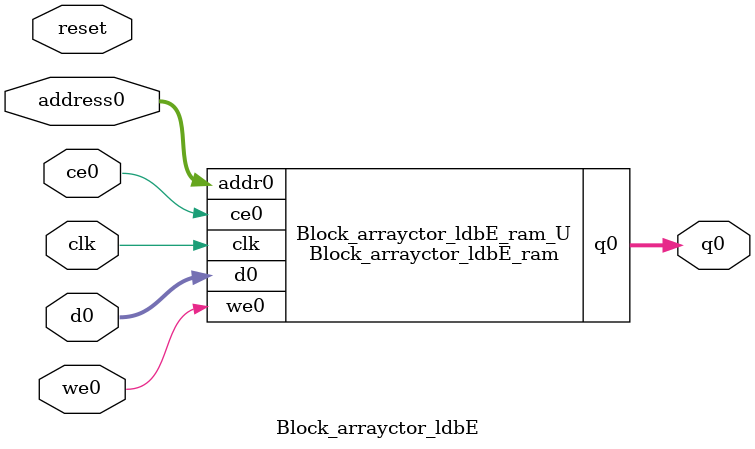
<source format=v>
`timescale 1 ns / 1 ps
module Block_arrayctor_ldbE_ram (addr0, ce0, d0, we0, q0,  clk);

parameter DWIDTH = 5;
parameter AWIDTH = 6;
parameter MEM_SIZE = 42;

input[AWIDTH-1:0] addr0;
input ce0;
input[DWIDTH-1:0] d0;
input we0;
output reg[DWIDTH-1:0] q0;
input clk;

(* ram_style = "distributed" *)reg [DWIDTH-1:0] ram[0:MEM_SIZE-1];




always @(posedge clk)  
begin 
    if (ce0) begin
        if (we0) 
            ram[addr0] <= d0; 
        q0 <= ram[addr0];
    end
end


endmodule

`timescale 1 ns / 1 ps
module Block_arrayctor_ldbE(
    reset,
    clk,
    address0,
    ce0,
    we0,
    d0,
    q0);

parameter DataWidth = 32'd5;
parameter AddressRange = 32'd42;
parameter AddressWidth = 32'd6;
input reset;
input clk;
input[AddressWidth - 1:0] address0;
input ce0;
input we0;
input[DataWidth - 1:0] d0;
output[DataWidth - 1:0] q0;



Block_arrayctor_ldbE_ram Block_arrayctor_ldbE_ram_U(
    .clk( clk ),
    .addr0( address0 ),
    .ce0( ce0 ),
    .we0( we0 ),
    .d0( d0 ),
    .q0( q0 ));

endmodule


</source>
